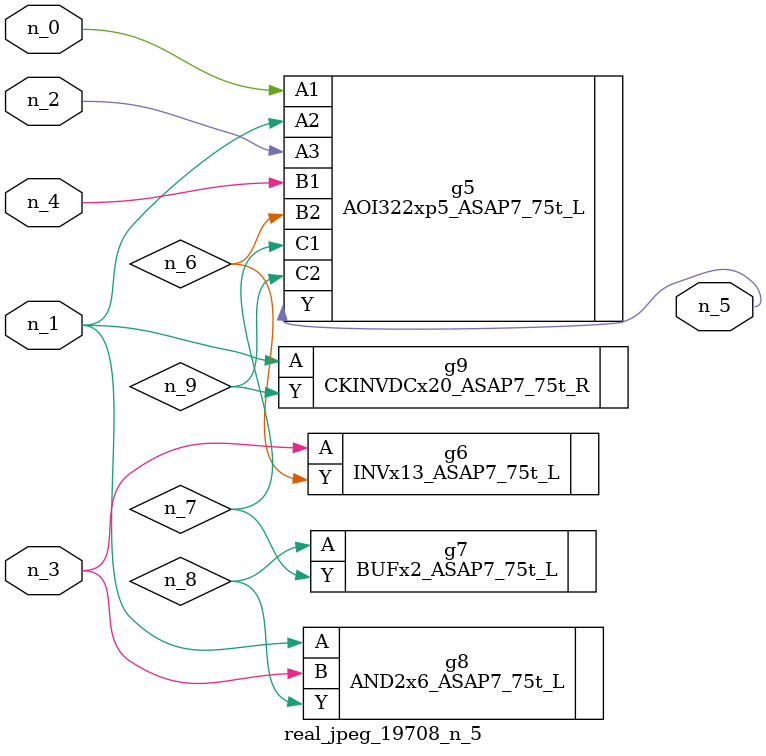
<source format=v>
module real_jpeg_19708_n_5 (n_4, n_0, n_1, n_2, n_3, n_5);

input n_4;
input n_0;
input n_1;
input n_2;
input n_3;

output n_5;

wire n_8;
wire n_6;
wire n_7;
wire n_9;

AOI322xp5_ASAP7_75t_L g5 ( 
.A1(n_0),
.A2(n_1),
.A3(n_2),
.B1(n_4),
.B2(n_6),
.C1(n_7),
.C2(n_9),
.Y(n_5)
);

AND2x6_ASAP7_75t_L g8 ( 
.A(n_1),
.B(n_3),
.Y(n_8)
);

CKINVDCx20_ASAP7_75t_R g9 ( 
.A(n_1),
.Y(n_9)
);

INVx13_ASAP7_75t_L g6 ( 
.A(n_3),
.Y(n_6)
);

BUFx2_ASAP7_75t_L g7 ( 
.A(n_8),
.Y(n_7)
);


endmodule
</source>
